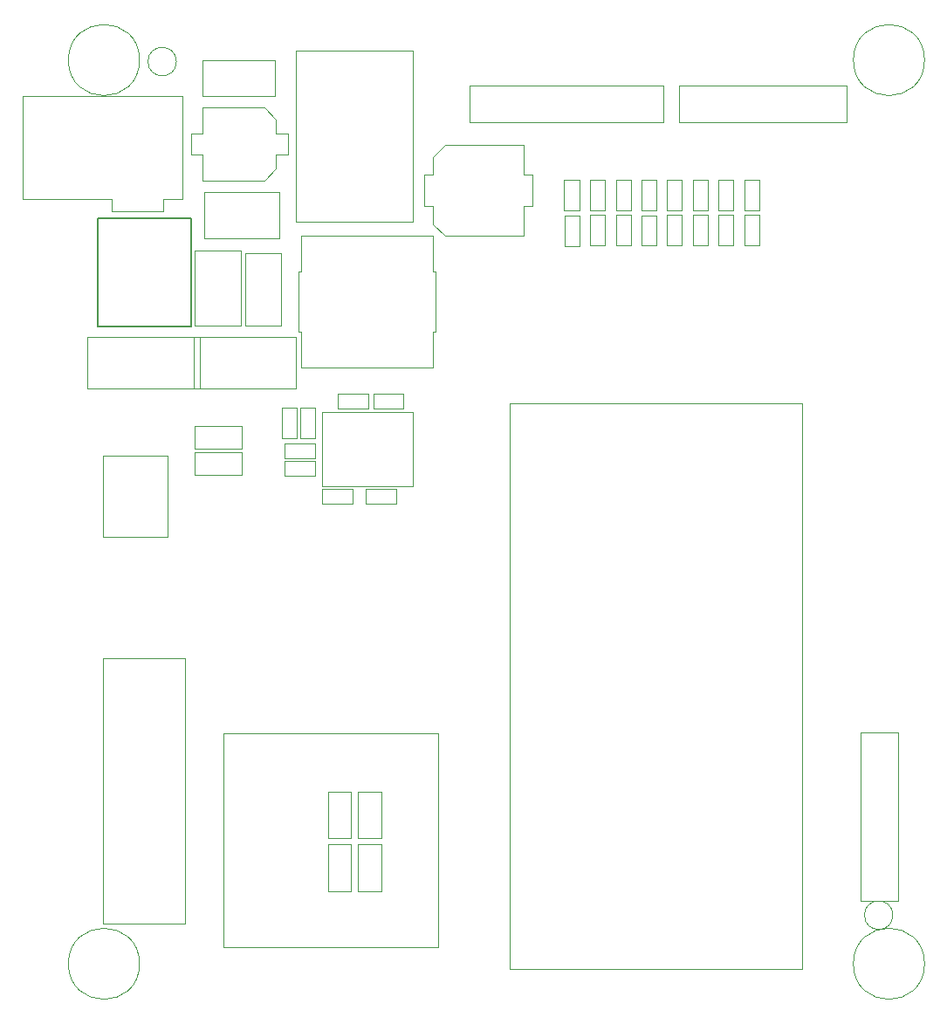
<source format=gbr>
%TF.GenerationSoftware,KiCad,Pcbnew,7.0.5*%
%TF.CreationDate,2024-05-04T18:26:23+05:30*%
%TF.ProjectId,sra_dev_board_2023,7372615f-6465-4765-9f62-6f6172645f32,rev?*%
%TF.SameCoordinates,Original*%
%TF.FileFunction,Other,User*%
%FSLAX46Y46*%
G04 Gerber Fmt 4.6, Leading zero omitted, Abs format (unit mm)*
G04 Created by KiCad (PCBNEW 7.0.5) date 2024-05-04 18:26:23*
%MOMM*%
%LPD*%
G01*
G04 APERTURE LIST*
%ADD10C,0.050000*%
%ADD11C,0.127000*%
%ADD12C,0.100000*%
G04 APERTURE END LIST*
D10*
%TO.C,R7*%
X131950000Y-46551250D02*
X131950000Y-43591250D01*
X133410000Y-46551250D02*
X131950000Y-46551250D01*
X131950000Y-43591250D02*
X133410000Y-43591250D01*
X133410000Y-43591250D02*
X133410000Y-46551250D01*
D11*
%TO.C,T3*%
X71770000Y-57803723D02*
X71770000Y-47303723D01*
X80770000Y-57803723D02*
X71770000Y-57803723D01*
X71770000Y-47303723D02*
X80770000Y-47303723D01*
X80770000Y-47303723D02*
X80770000Y-57803723D01*
D10*
%TO.C,J14*%
X78545000Y-70300000D02*
X72295000Y-70300000D01*
X72295000Y-70300000D02*
X72295000Y-78200000D01*
X78545000Y-78200000D02*
X78545000Y-70300000D01*
X72295000Y-78200000D02*
X78545000Y-78200000D01*
%TO.C,J16*%
X80240000Y-89930000D02*
X72240000Y-89930000D01*
X80240000Y-89930000D02*
X80240000Y-115730000D01*
X72240000Y-115730000D02*
X72240000Y-89930000D01*
X72240000Y-115730000D02*
X80240000Y-115730000D01*
%TO.C,J17*%
X149350000Y-113477727D02*
X149350000Y-97177727D01*
X149350000Y-97177727D02*
X145750000Y-97177727D01*
X145750000Y-113477727D02*
X149350000Y-113477727D01*
X145750000Y-97177727D02*
X145750000Y-113477727D01*
%TO.C,R1*%
X116990000Y-46567500D02*
X116990000Y-43607500D01*
X118450000Y-46567500D02*
X116990000Y-46567500D01*
X116990000Y-43607500D02*
X118450000Y-43607500D01*
X118450000Y-43607500D02*
X118450000Y-46567500D01*
%TO.C,C5*%
X91405000Y-68610000D02*
X91405000Y-65650000D01*
X92865000Y-68610000D02*
X91405000Y-68610000D01*
X91405000Y-65650000D02*
X92865000Y-65650000D01*
X92865000Y-65650000D02*
X92865000Y-68610000D01*
%TO.C,D13*%
X89550000Y-50700000D02*
X89550000Y-57700000D01*
X86050000Y-50700000D02*
X89550000Y-50700000D01*
X89550000Y-57700000D02*
X86050000Y-57700000D01*
X86050000Y-57700000D02*
X86050000Y-50700000D01*
%TO.C,H2*%
X75800000Y-119600000D02*
G75*
G03*
X75800000Y-119600000I-3450000J0D01*
G01*
%TO.C,D2*%
X120980000Y-46991250D02*
X120980000Y-49951250D01*
X119520000Y-46991250D02*
X120980000Y-46991250D01*
X120980000Y-49951250D02*
X119520000Y-49951250D01*
X119520000Y-49951250D02*
X119520000Y-46991250D01*
%TO.C,J8*%
X128120000Y-37995000D02*
X144420000Y-37995000D01*
X144420000Y-37995000D02*
X144420000Y-34395000D01*
X128120000Y-34395000D02*
X128120000Y-37995000D01*
X144420000Y-34395000D02*
X128120000Y-34395000D01*
%TO.C,U3*%
X83950000Y-97207582D02*
X83950000Y-118027582D01*
X83950000Y-118027582D02*
X104770000Y-118027582D01*
X104770000Y-97207582D02*
X83950000Y-97207582D01*
X104770000Y-118027582D02*
X104770000Y-97207582D01*
%TO.C,D9*%
X81150000Y-57730000D02*
X81150000Y-50430000D01*
X85650000Y-57730000D02*
X81150000Y-57730000D01*
X81150000Y-50430000D02*
X85650000Y-50430000D01*
X85650000Y-50430000D02*
X85650000Y-57730000D01*
%TO.C,D4*%
X125950000Y-47000000D02*
X125950000Y-49960000D01*
X124490000Y-47000000D02*
X125950000Y-47000000D01*
X125950000Y-49960000D02*
X124490000Y-49960000D01*
X124490000Y-49960000D02*
X124490000Y-47000000D01*
%TO.C,C2*%
X103452500Y-43100000D02*
X103452500Y-46100000D01*
X103452500Y-46100000D02*
X104302500Y-46100000D01*
X104302500Y-41350000D02*
X104302500Y-43100000D01*
X104302500Y-41350000D02*
X105452500Y-40200000D01*
X104302500Y-43100000D02*
X103452500Y-43100000D01*
X104302500Y-46100000D02*
X104302500Y-47850000D01*
X104302500Y-47850000D02*
X105452500Y-49000000D01*
X105452500Y-40200000D02*
X113102500Y-40200000D01*
X105452500Y-49000000D02*
X113102500Y-49000000D01*
X113102500Y-40200000D02*
X113102500Y-43100000D01*
X113102500Y-43100000D02*
X113952500Y-43100000D01*
X113102500Y-46100000D02*
X113102500Y-49000000D01*
X113952500Y-43100000D02*
X113952500Y-46100000D01*
X113952500Y-46100000D02*
X113102500Y-46100000D01*
%TO.C,D14*%
X89350000Y-49250000D02*
X82050000Y-49250000D01*
X89350000Y-44750000D02*
X89350000Y-49250000D01*
X82050000Y-49250000D02*
X82050000Y-44750000D01*
X82050000Y-44750000D02*
X89350000Y-44750000D01*
%TO.C,R6*%
X129450000Y-46551250D02*
X129450000Y-43591250D01*
X130910000Y-46551250D02*
X129450000Y-46551250D01*
X129450000Y-43591250D02*
X130910000Y-43591250D01*
X130910000Y-43591250D02*
X130910000Y-46551250D01*
%TO.C,R4*%
X124490000Y-46560000D02*
X124490000Y-43600000D01*
X125950000Y-46560000D02*
X124490000Y-46560000D01*
X124490000Y-43600000D02*
X125950000Y-43600000D01*
X125950000Y-43600000D02*
X125950000Y-46560000D01*
D12*
%TO.C,F2*%
X81060000Y-58780000D02*
X90960000Y-58780000D01*
X81060000Y-63780000D02*
X81060000Y-58780000D01*
X90960000Y-58780000D02*
X90960000Y-63780000D01*
X90960000Y-63780000D02*
X81060000Y-63780000D01*
D10*
%TO.C,D6*%
X130910000Y-46991250D02*
X130910000Y-49951250D01*
X129450000Y-46991250D02*
X130910000Y-46991250D01*
X130910000Y-49951250D02*
X129450000Y-49951250D01*
X129450000Y-49951250D02*
X129450000Y-46991250D01*
%TO.C,D1*%
X118470000Y-47007500D02*
X118470000Y-49967500D01*
X117010000Y-47007500D02*
X118470000Y-47007500D01*
X118470000Y-49967500D02*
X117010000Y-49967500D01*
X117010000Y-49967500D02*
X117010000Y-47007500D01*
%TO.C,R2*%
X119520000Y-46551250D02*
X119520000Y-43591250D01*
X120980000Y-46551250D02*
X119520000Y-46551250D01*
X119520000Y-43591250D02*
X120980000Y-43591250D01*
X120980000Y-43591250D02*
X120980000Y-46551250D01*
%TO.C,D7*%
X133410000Y-46991250D02*
X133410000Y-49951250D01*
X131950000Y-46991250D02*
X133410000Y-46991250D01*
X133410000Y-49951250D02*
X131950000Y-49951250D01*
X131950000Y-49951250D02*
X131950000Y-46991250D01*
%TO.C,D11*%
X98462500Y-64330000D02*
X101422500Y-64330000D01*
X98462500Y-65790000D02*
X98462500Y-64330000D01*
X101422500Y-64330000D02*
X101422500Y-65790000D01*
X101422500Y-65790000D02*
X98462500Y-65790000D01*
D12*
%TO.C,F1*%
X81640000Y-63780000D02*
X70740000Y-63780000D01*
X81640000Y-58780000D02*
X81640000Y-63780000D01*
X70740000Y-63780000D02*
X70740000Y-58780000D01*
X70740000Y-58780000D02*
X81640000Y-58780000D01*
D10*
%TO.C,R3*%
X122000000Y-46551250D02*
X122000000Y-43591250D01*
X123460000Y-46551250D02*
X122000000Y-46551250D01*
X122000000Y-43591250D02*
X123460000Y-43591250D01*
X123460000Y-43591250D02*
X123460000Y-46551250D01*
%TO.C,R8*%
X134460000Y-46551250D02*
X134460000Y-43591250D01*
X135920000Y-46551250D02*
X134460000Y-46551250D01*
X134460000Y-43591250D02*
X135920000Y-43591250D01*
X135920000Y-43591250D02*
X135920000Y-46551250D01*
%TO.C,H1*%
X75800000Y-31950000D02*
G75*
G03*
X75800000Y-31950000I-3450000J0D01*
G01*
%TO.C,D3*%
X123460000Y-46991250D02*
X123460000Y-49951250D01*
X122000000Y-46991250D02*
X123460000Y-46991250D01*
X123460000Y-49951250D02*
X122000000Y-49951250D01*
X122000000Y-49951250D02*
X122000000Y-46991250D01*
%TO.C,R10*%
X98020000Y-65790000D02*
X95060000Y-65790000D01*
X98020000Y-64330000D02*
X98020000Y-65790000D01*
X95060000Y-65790000D02*
X95060000Y-64330000D01*
X95060000Y-64330000D02*
X98020000Y-64330000D01*
%TO.C,R14*%
X96990000Y-112550000D02*
X96990000Y-107990000D01*
X99230000Y-112550000D02*
X96990000Y-112550000D01*
X96990000Y-107990000D02*
X99230000Y-107990000D01*
X99230000Y-107990000D02*
X99230000Y-112550000D01*
%TO.C,D8*%
X135920000Y-46991250D02*
X135920000Y-49951250D01*
X134460000Y-46991250D02*
X135920000Y-46991250D01*
X135920000Y-49951250D02*
X134460000Y-49951250D01*
X134460000Y-49951250D02*
X134460000Y-46991250D01*
%TO.C,R12*%
X94080000Y-107440000D02*
X94080000Y-102880000D01*
X96320000Y-107440000D02*
X94080000Y-107440000D01*
X94080000Y-102880000D02*
X96320000Y-102880000D01*
X96320000Y-102880000D02*
X96320000Y-107440000D01*
%TO.C,C4*%
X89630000Y-68610000D02*
X89630000Y-65650000D01*
X91090000Y-68610000D02*
X89630000Y-68610000D01*
X89630000Y-65650000D02*
X91090000Y-65650000D01*
X91090000Y-65650000D02*
X91090000Y-68610000D01*
%TO.C,J6*%
X79980000Y-35400000D02*
X64480000Y-35400000D01*
X64480000Y-35400000D02*
X64480000Y-45400000D01*
X79980000Y-45400000D02*
X79980000Y-35400000D01*
X78080000Y-45400000D02*
X79980000Y-45400000D01*
X64480000Y-45400000D02*
X73080000Y-45400000D01*
X78080000Y-46600000D02*
X78080000Y-45400000D01*
X78080000Y-46600000D02*
X73080000Y-46600000D01*
X73080000Y-46600000D02*
X73080000Y-45400000D01*
%TO.C,R9*%
X97750000Y-73530000D02*
X100710000Y-73530000D01*
X97750000Y-74990000D02*
X97750000Y-73530000D01*
X100710000Y-73530000D02*
X100710000Y-74990000D01*
X100710000Y-74990000D02*
X97750000Y-74990000D01*
%TO.C,C1*%
X90200000Y-41150000D02*
X90200000Y-39050000D01*
X90200000Y-39050000D02*
X89050000Y-39050000D01*
X89050000Y-42500000D02*
X89050000Y-41150000D01*
X89050000Y-42500000D02*
X87900000Y-43650000D01*
X89050000Y-41150000D02*
X90200000Y-41150000D01*
X89050000Y-39050000D02*
X89050000Y-37700000D01*
X89050000Y-37700000D02*
X87900000Y-36550000D01*
X87900000Y-43650000D02*
X81950000Y-43650000D01*
X87900000Y-36550000D02*
X81950000Y-36550000D01*
X81950000Y-43650000D02*
X81950000Y-41150000D01*
X81950000Y-41150000D02*
X80800000Y-41150000D01*
X81950000Y-39050000D02*
X81950000Y-36550000D01*
X80800000Y-41150000D02*
X80800000Y-39050000D01*
X80800000Y-39050000D02*
X81950000Y-39050000D01*
%TO.C,U1*%
X111679418Y-65228838D02*
X140079418Y-65228838D01*
X111679418Y-120128838D02*
X111679418Y-65228838D01*
X140079418Y-65228838D02*
X140079418Y-120128838D01*
X140079418Y-120128838D02*
X111679418Y-120128838D01*
%TO.C,J7*%
X126625000Y-34395000D02*
X107775000Y-34395000D01*
X107775000Y-34395000D02*
X107775000Y-37995000D01*
X126625000Y-37995000D02*
X126625000Y-34395000D01*
X107775000Y-37995000D02*
X126625000Y-37995000D01*
%TO.C,R11*%
X97000000Y-107440000D02*
X97000000Y-102880000D01*
X99240000Y-107440000D02*
X97000000Y-107440000D01*
X97000000Y-102880000D02*
X99240000Y-102880000D01*
X99240000Y-102880000D02*
X99240000Y-107440000D01*
%TO.C,D12*%
X88900000Y-35450000D02*
X81900000Y-35450000D01*
X88900000Y-31950000D02*
X88900000Y-35450000D01*
X81900000Y-35450000D02*
X81900000Y-31950000D01*
X81900000Y-31950000D02*
X88900000Y-31950000D01*
%TO.C,D5*%
X128430000Y-46991250D02*
X128430000Y-49951250D01*
X126970000Y-46991250D02*
X128430000Y-46991250D01*
X128430000Y-49951250D02*
X126970000Y-49951250D01*
X126970000Y-49951250D02*
X126970000Y-46991250D01*
%TO.C,H3*%
X151950000Y-119600000D02*
G75*
G03*
X151950000Y-119600000I-3450000J0D01*
G01*
%TO.C,L1*%
X91235935Y-52420900D02*
X91489935Y-52420900D01*
X91235935Y-52420900D02*
X91489935Y-52420900D01*
X91235935Y-58339100D02*
X91235935Y-52420900D01*
X91235935Y-58339100D02*
X91235935Y-52420900D01*
X91489935Y-48979200D02*
X104291535Y-48979200D01*
X91489935Y-48979200D02*
X104291535Y-48979200D01*
X91489935Y-52420900D02*
X91489935Y-48979200D01*
X91489935Y-52420900D02*
X91489935Y-48979200D01*
X91489935Y-58339100D02*
X91235935Y-58339100D01*
X91489935Y-58339100D02*
X91235935Y-58339100D01*
X91489935Y-61780800D02*
X91489935Y-58339100D01*
X91489935Y-61780800D02*
X91489935Y-58339100D01*
X104291535Y-48979200D02*
X104291535Y-52420900D01*
X104291535Y-48979200D02*
X104291535Y-52420900D01*
X104291535Y-52420900D02*
X104545535Y-52420900D01*
X104291535Y-52420900D02*
X104545535Y-52420900D01*
X104291535Y-58339100D02*
X104291535Y-61780800D01*
X104291535Y-58339100D02*
X104291535Y-61780800D01*
X104291535Y-61780800D02*
X91489935Y-61780800D01*
X104291535Y-61780800D02*
X91489935Y-61780800D01*
X104545535Y-52420900D02*
X104545535Y-58339100D01*
X104545535Y-52420900D02*
X104545535Y-58339100D01*
X104545535Y-58339100D02*
X104291535Y-58339100D01*
X104545535Y-58339100D02*
X104291535Y-58339100D01*
%TO.C,C6*%
X92865000Y-70560000D02*
X89905000Y-70560000D01*
X92865000Y-69100000D02*
X92865000Y-70560000D01*
X89905000Y-70560000D02*
X89905000Y-69100000D01*
X89905000Y-69100000D02*
X92865000Y-69100000D01*
%TO.C,C3*%
X92865000Y-72260000D02*
X89905000Y-72260000D01*
X92865000Y-70800000D02*
X92865000Y-72260000D01*
X89905000Y-72260000D02*
X89905000Y-70800000D01*
X89905000Y-70800000D02*
X92865000Y-70800000D01*
%TO.C,REF\u002A\u002A*%
X148880000Y-114890000D02*
G75*
G03*
X148880000Y-114890000I-1380000J0D01*
G01*
%TO.C,U2*%
X93480000Y-66050000D02*
X93480000Y-73250000D01*
X93480000Y-73250000D02*
X102280000Y-73250000D01*
X102280000Y-66050000D02*
X93480000Y-66050000D01*
X102280000Y-73250000D02*
X102280000Y-66050000D01*
%TO.C,R13*%
X94070000Y-112550000D02*
X94070000Y-107990000D01*
X96310000Y-112550000D02*
X94070000Y-112550000D01*
X94070000Y-107990000D02*
X96310000Y-107990000D01*
X96310000Y-107990000D02*
X96310000Y-112550000D01*
%TO.C,U5*%
X91010000Y-47660000D02*
X102310000Y-47660000D01*
X102310000Y-47660000D02*
X102310000Y-31020000D01*
X91010000Y-31020000D02*
X91010000Y-47660000D01*
X102310000Y-31020000D02*
X91010000Y-31020000D01*
%TO.C,R5*%
X126970000Y-46551250D02*
X126970000Y-43591250D01*
X128430000Y-46551250D02*
X126970000Y-46551250D01*
X126970000Y-43591250D02*
X128430000Y-43591250D01*
X128430000Y-43591250D02*
X128430000Y-46551250D01*
%TO.C,REF\u002A\u002A*%
X79380000Y-32100000D02*
G75*
G03*
X79380000Y-32100000I-1380000J0D01*
G01*
%TO.C,D10*%
X96460000Y-74990000D02*
X93500000Y-74990000D01*
X96460000Y-73530000D02*
X96460000Y-74990000D01*
X93500000Y-74990000D02*
X93500000Y-73530000D01*
X93500000Y-73530000D02*
X96460000Y-73530000D01*
%TO.C,H4*%
X151950000Y-31950000D02*
G75*
G03*
X151950000Y-31950000I-3450000J0D01*
G01*
%TO.C,R17*%
X81147500Y-69980000D02*
X85707500Y-69980000D01*
X81147500Y-72220000D02*
X81147500Y-69980000D01*
X85707500Y-69980000D02*
X85707500Y-72220000D01*
X85707500Y-72220000D02*
X81147500Y-72220000D01*
%TO.C,R16*%
X81147500Y-67410000D02*
X85707500Y-67410000D01*
X81147500Y-69650000D02*
X81147500Y-67410000D01*
X85707500Y-67410000D02*
X85707500Y-69650000D01*
X85707500Y-69650000D02*
X81147500Y-69650000D01*
%TD*%
M02*

</source>
